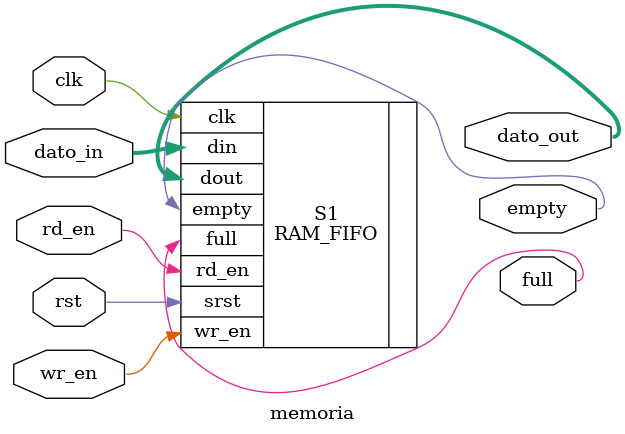
<source format=v>
`timescale 1ns / 1ps

module memoria(
    input clk,
    input rst,
    input [15:0] dato_in,
    input wr_en,
    input rd_en,
    output [15:0] dato_out,
    output full,
    output empty
 );
 
 RAM_FIFO S1 (
   .clk(clk),      // input wire clk
   .srst(rst),    // input wire srst
   .din(dato_in),      // input wire [15 : 0] din
   .wr_en(wr_en),  // input wire wr_en
   .rd_en(rd_en),  // input wire rd_en
   .dout(dato_out),    // output wire [15 : 0] dout
   .full(full),    // output wire full
   .empty(empty)  // output wire empty
 );
 
 
 
endmodule

</source>
